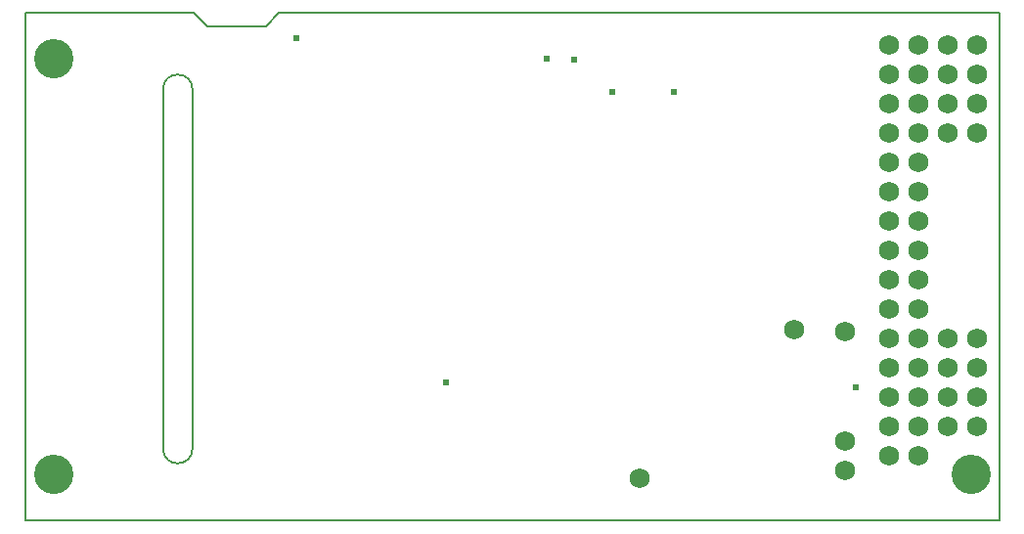
<source format=gts>
%FSTAX23Y23*%
%MOIN*%
%SFA1B1*%

%IPPOS*%
%ADD16C,0.005000*%
%ADD45C,0.068000*%
%ADD46C,0.133980*%
%ADD47C,0.024000*%
%LNmb895c-1*%
%LPD*%
G54D16*
X0047Y00245D02*
D01*
D01*
G75*
G03X0057I00050J0D01*
G74*G01*
Y0147D02*
D01*
D01*
G75*
G03X0047I-00050J0D01*
G74*G01*
X0062Y01685D02*
X0082D01*
X00865Y0173*
X0332*
X00575D02*
X0062Y01685D01*
X0Y0D02*
X03315D01*
X0D02*
Y0173D01*
X0057Y00245D02*
Y0147D01*
X0047Y00245D02*
Y0147D01*
X0332Y0D02*
Y0173D01*
X03315Y0D02*
X0332Y0D01*
X0Y0173D02*
X00575Y0173D01*
G54D45*
X0262Y00652D03*
X02795Y00172D03*
Y00645D03*
X02095Y00145D03*
X02795Y0027D03*
X03246Y0162D03*
X03146Y0142D03*
X03246D03*
Y0152D03*
Y0032D03*
X03146D03*
X03246Y0042D03*
X03146D03*
X03246Y0052D03*
X03146D03*
X03246Y0062D03*
X03146D03*
X03246Y0132D03*
X03146D03*
Y0152D03*
Y0162D03*
X02945Y0142D03*
Y0132D03*
Y0122D03*
Y0112D03*
Y0102D03*
Y0092D03*
Y0082D03*
Y0072D03*
Y0062D03*
X03045Y0142D03*
Y0132D03*
Y0122D03*
Y0112D03*
Y0102D03*
Y0092D03*
Y0082D03*
Y0072D03*
Y0062D03*
X02945Y0152D03*
X03045Y0162D03*
Y0152D03*
X02945Y0162D03*
X03045Y0042D03*
X02945Y0032D03*
X03045D03*
Y0052D03*
X02945Y0042D03*
X03045Y0022D03*
X02945D03*
Y0052D03*
G54D46*
X00097Y01575D03*
Y00157D03*
X03226D03*
G54D47*
X0187Y01572D03*
X01779Y01575D03*
X02Y0146D03*
X0221D03*
X0283Y00455D03*
X01435Y0047D03*
X00925Y01645D03*
M02*
</source>
